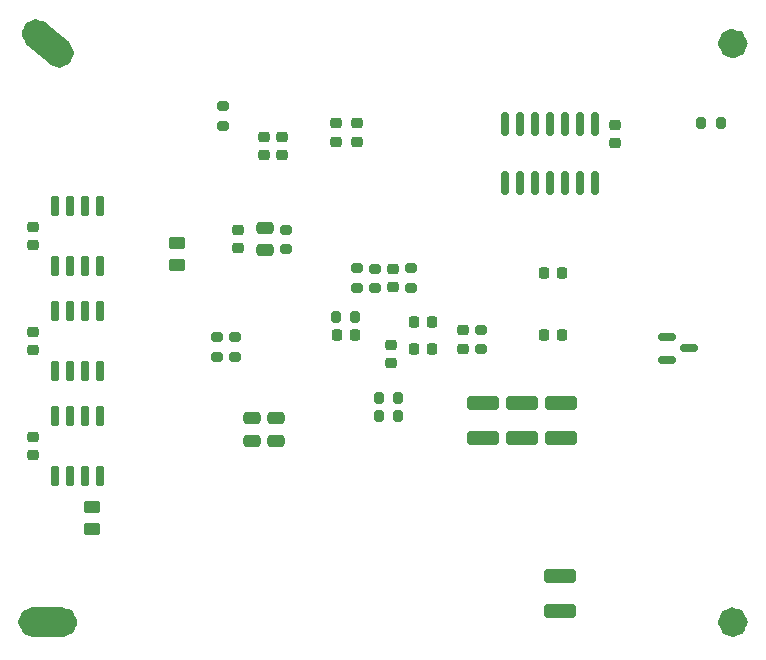
<source format=gbr>
%TF.GenerationSoftware,KiCad,Pcbnew,7.0.10-7.0.10~ubuntu22.04.1*%
%TF.CreationDate,2024-02-04T10:47:15-08:00*%
%TF.ProjectId,PI-Power-Board,50492d50-6f77-4657-922d-426f6172642e,rev?*%
%TF.SameCoordinates,Original*%
%TF.FileFunction,Paste,Bot*%
%TF.FilePolarity,Positive*%
%FSLAX46Y46*%
G04 Gerber Fmt 4.6, Leading zero omitted, Abs format (unit mm)*
G04 Created by KiCad (PCBNEW 7.0.10-7.0.10~ubuntu22.04.1) date 2024-02-04 10:47:15*
%MOMM*%
%LPD*%
G01*
G04 APERTURE LIST*
G04 Aperture macros list*
%AMRoundRect*
0 Rectangle with rounded corners*
0 $1 Rounding radius*
0 $2 $3 $4 $5 $6 $7 $8 $9 X,Y pos of 4 corners*
0 Add a 4 corners polygon primitive as box body*
4,1,4,$2,$3,$4,$5,$6,$7,$8,$9,$2,$3,0*
0 Add four circle primitives for the rounded corners*
1,1,$1+$1,$2,$3*
1,1,$1+$1,$4,$5*
1,1,$1+$1,$6,$7*
1,1,$1+$1,$8,$9*
0 Add four rect primitives between the rounded corners*
20,1,$1+$1,$2,$3,$4,$5,0*
20,1,$1+$1,$4,$5,$6,$7,0*
20,1,$1+$1,$6,$7,$8,$9,0*
20,1,$1+$1,$8,$9,$2,$3,0*%
G04 Aperture macros list end*
%ADD10C,1.250000*%
%ADD11RoundRect,0.150000X-0.150000X0.725000X-0.150000X-0.725000X0.150000X-0.725000X0.150000X0.725000X0*%
%ADD12RoundRect,0.250000X-1.100000X0.325000X-1.100000X-0.325000X1.100000X-0.325000X1.100000X0.325000X0*%
%ADD13RoundRect,0.225000X0.250000X-0.225000X0.250000X0.225000X-0.250000X0.225000X-0.250000X-0.225000X0*%
%ADD14RoundRect,0.150000X-0.587500X-0.150000X0.587500X-0.150000X0.587500X0.150000X-0.587500X0.150000X0*%
%ADD15RoundRect,0.200000X-0.275000X0.200000X-0.275000X-0.200000X0.275000X-0.200000X0.275000X0.200000X0*%
%ADD16RoundRect,0.200000X0.275000X-0.200000X0.275000X0.200000X-0.275000X0.200000X-0.275000X-0.200000X0*%
%ADD17RoundRect,0.250000X-0.475000X0.250000X-0.475000X-0.250000X0.475000X-0.250000X0.475000X0.250000X0*%
%ADD18RoundRect,0.225000X-0.250000X0.225000X-0.250000X-0.225000X0.250000X-0.225000X0.250000X0.225000X0*%
%ADD19RoundRect,0.225000X-0.225000X-0.250000X0.225000X-0.250000X0.225000X0.250000X-0.225000X0.250000X0*%
%ADD20RoundRect,0.250000X0.475000X-0.250000X0.475000X0.250000X-0.475000X0.250000X-0.475000X-0.250000X0*%
%ADD21RoundRect,0.225000X0.225000X0.250000X-0.225000X0.250000X-0.225000X-0.250000X0.225000X-0.250000X0*%
%ADD22RoundRect,0.200000X-0.200000X-0.275000X0.200000X-0.275000X0.200000X0.275000X-0.200000X0.275000X0*%
%ADD23RoundRect,0.250000X0.450000X-0.262500X0.450000X0.262500X-0.450000X0.262500X-0.450000X-0.262500X0*%
%ADD24RoundRect,0.150000X0.150000X-0.825000X0.150000X0.825000X-0.150000X0.825000X-0.150000X-0.825000X0*%
%ADD25RoundRect,0.250000X-0.450000X0.262500X-0.450000X-0.262500X0.450000X-0.262500X0.450000X0.262500X0*%
G04 APERTURE END LIST*
%TO.C,H5*%
D10*
X122125000Y-74500000D02*
G75*
G03*
X120875000Y-74500000I-625000J0D01*
G01*
X120875000Y-74500000D02*
G75*
G03*
X122125000Y-74500000I625000J0D01*
G01*
%TO.C,H3*%
G36*
X62250000Y-122250000D02*
G01*
X64750000Y-122250000D01*
X64750000Y-124750000D01*
X62250000Y-124750000D01*
X62250000Y-122250000D01*
G37*
X62875000Y-123500000D02*
G75*
G03*
X61625000Y-123500000I-625000J0D01*
G01*
X61625000Y-123500000D02*
G75*
G03*
X62875000Y-123500000I625000J0D01*
G01*
X65375000Y-123500000D02*
G75*
G03*
X64125000Y-123500000I-625000J0D01*
G01*
X64125000Y-123500000D02*
G75*
G03*
X65375000Y-123500000I625000J0D01*
G01*
%TO.C,H1*%
G36*
X63352077Y-72738433D02*
G01*
X65261567Y-74352077D01*
X63647923Y-76261567D01*
X61738433Y-74647923D01*
X63352077Y-72738433D01*
G37*
X63170255Y-73693178D02*
G75*
G03*
X61920255Y-73693178I-625000J0D01*
G01*
X61920255Y-73693178D02*
G75*
G03*
X63170255Y-73693178I625000J0D01*
G01*
X65079745Y-75306822D02*
G75*
G03*
X63829745Y-75306822I-625000J0D01*
G01*
X63829745Y-75306822D02*
G75*
G03*
X65079745Y-75306822I625000J0D01*
G01*
%TO.C,H7*%
X122125000Y-123500000D02*
G75*
G03*
X120875000Y-123500000I-625000J0D01*
G01*
X120875000Y-123500000D02*
G75*
G03*
X122125000Y-123500000I625000J0D01*
G01*
%TD*%
D11*
%TO.C,U9*%
X64135000Y-97120000D03*
X65405000Y-97120000D03*
X66675000Y-97120000D03*
X67945000Y-97120000D03*
X67945000Y-102270000D03*
X66675000Y-102270000D03*
X65405000Y-102270000D03*
X64135000Y-102270000D03*
%TD*%
D12*
%TO.C,C32*%
X106934000Y-104951000D03*
X106934000Y-107901000D03*
%TD*%
D13*
%TO.C,C23*%
X92710000Y-95162000D03*
X92710000Y-93612000D03*
%TD*%
D12*
%TO.C,C38*%
X106857800Y-119606800D03*
X106857800Y-122556800D03*
%TD*%
D14*
%TO.C,D7*%
X115902500Y-101280000D03*
X115902500Y-99380000D03*
X117777500Y-100330000D03*
%TD*%
D13*
%TO.C,C31*%
X92583000Y-101587600D03*
X92583000Y-100037600D03*
%TD*%
D12*
%TO.C,C33*%
X103632000Y-104951000D03*
X103632000Y-107901000D03*
%TD*%
D15*
%TO.C,R18*%
X78359000Y-79820000D03*
X78359000Y-81470000D03*
%TD*%
D16*
%TO.C,R22*%
X94234000Y-95199000D03*
X94234000Y-93549000D03*
%TD*%
D17*
%TO.C,C20*%
X81915000Y-90109000D03*
X81915000Y-92009000D03*
%TD*%
D18*
%TO.C,C17*%
X83312000Y-82410000D03*
X83312000Y-83960000D03*
%TD*%
D19*
%TO.C,C26*%
X87947200Y-99200000D03*
X89497200Y-99200000D03*
%TD*%
D18*
%TO.C,C40*%
X87884000Y-81267000D03*
X87884000Y-82817000D03*
%TD*%
D11*
%TO.C,U8*%
X64135000Y-88230000D03*
X65405000Y-88230000D03*
X66675000Y-88230000D03*
X67945000Y-88230000D03*
X67945000Y-93380000D03*
X66675000Y-93380000D03*
X65405000Y-93380000D03*
X64135000Y-93380000D03*
%TD*%
D18*
%TO.C,C39*%
X89662000Y-81267000D03*
X89662000Y-82817000D03*
%TD*%
D20*
%TO.C,C35*%
X82804000Y-108138000D03*
X82804000Y-106238000D03*
%TD*%
D21*
%TO.C,C24*%
X96025000Y-98057000D03*
X94475000Y-98057000D03*
%TD*%
D19*
%TO.C,C22*%
X105524000Y-93980000D03*
X107074000Y-93980000D03*
%TD*%
D22*
%TO.C,R19*%
X118812000Y-81280000D03*
X120462000Y-81280000D03*
%TD*%
D13*
%TO.C,C27*%
X98679000Y-100356000D03*
X98679000Y-98806000D03*
%TD*%
D21*
%TO.C,C29*%
X96025000Y-100406200D03*
X94475000Y-100406200D03*
%TD*%
D16*
%TO.C,R24*%
X89662000Y-95199000D03*
X89662000Y-93549000D03*
%TD*%
D18*
%TO.C,C28*%
X62230000Y-98920000D03*
X62230000Y-100470000D03*
%TD*%
%TO.C,C16*%
X111506000Y-81394000D03*
X111506000Y-82944000D03*
%TD*%
%TO.C,C37*%
X62230000Y-107810000D03*
X62230000Y-109360000D03*
%TD*%
D16*
%TO.C,R28*%
X77851000Y-101028000D03*
X77851000Y-99378000D03*
%TD*%
D18*
%TO.C,C21*%
X79629000Y-90284000D03*
X79629000Y-91834000D03*
%TD*%
D20*
%TO.C,C36*%
X80772000Y-108138000D03*
X80772000Y-106238000D03*
%TD*%
D22*
%TO.C,R25*%
X87897200Y-97676000D03*
X89547200Y-97676000D03*
%TD*%
D16*
%TO.C,R26*%
X100203000Y-100406000D03*
X100203000Y-98756000D03*
%TD*%
D15*
%TO.C,R27*%
X79375000Y-99378000D03*
X79375000Y-101028000D03*
%TD*%
D18*
%TO.C,C18*%
X81788000Y-82410000D03*
X81788000Y-83960000D03*
%TD*%
D22*
%TO.C,R30*%
X91504000Y-106058000D03*
X93154000Y-106058000D03*
%TD*%
D23*
%TO.C,R31*%
X67286500Y-115593500D03*
X67286500Y-113768500D03*
%TD*%
D22*
%TO.C,R29*%
X91504000Y-104534000D03*
X93154000Y-104534000D03*
%TD*%
D15*
%TO.C,R20*%
X83693000Y-90295000D03*
X83693000Y-91945000D03*
%TD*%
D11*
%TO.C,U10*%
X64135000Y-106010000D03*
X65405000Y-106010000D03*
X66675000Y-106010000D03*
X67945000Y-106010000D03*
X67945000Y-111160000D03*
X66675000Y-111160000D03*
X65405000Y-111160000D03*
X64135000Y-111160000D03*
%TD*%
D12*
%TO.C,C34*%
X100330000Y-104951000D03*
X100330000Y-107901000D03*
%TD*%
D19*
%TO.C,C25*%
X105524000Y-99187000D03*
X107074000Y-99187000D03*
%TD*%
D15*
%TO.C,R23*%
X91186000Y-93562000D03*
X91186000Y-95212000D03*
%TD*%
D24*
%TO.C,U7*%
X109855000Y-86295000D03*
X108585000Y-86295000D03*
X107315000Y-86295000D03*
X106045000Y-86295000D03*
X104775000Y-86295000D03*
X103505000Y-86295000D03*
X102235000Y-86295000D03*
X102235000Y-81345000D03*
X103505000Y-81345000D03*
X104775000Y-81345000D03*
X106045000Y-81345000D03*
X107315000Y-81345000D03*
X108585000Y-81345000D03*
X109855000Y-81345000D03*
%TD*%
D25*
%TO.C,R21*%
X74422000Y-91416500D03*
X74422000Y-93241500D03*
%TD*%
D18*
%TO.C,C19*%
X62230000Y-90030000D03*
X62230000Y-91580000D03*
%TD*%
M02*

</source>
